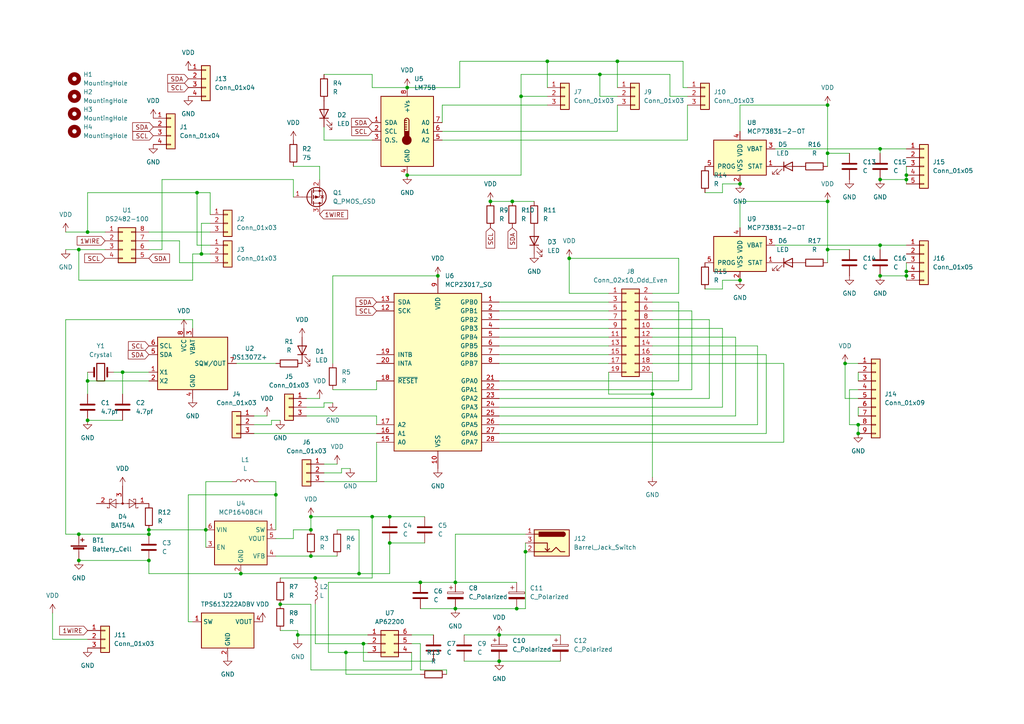
<source format=kicad_sch>
(kicad_sch (version 20211123) (generator eeschema)
  (paper "A4")
  (junction (at 262.89 50.8))
  (junction (at 104.14 166.37))
  (junction (at 144.78 184.15))
  (junction (at 142.24 58.42))
  (junction (at 148.59 58.42))
  (junction (at 214.63 81.28))
  (junction (at 43.18 153.67))
  (junction (at 255.27 43.18))
  (junction (at 118.11 25.4))
  (junction (at 81.28 175.26))
  (junction (at 158.75 17.78))
  (junction (at 149.86 176.53))
  (junction (at 25.4 121.92))
  (junction (at 240.03 44.45))
  (junction (at 69.85 166.37))
  (junction (at 22.86 72.39))
  (junction (at 127 80.01))
  (junction (at 255.27 80.01))
  (junction (at 165.1 74.93))
  (junction (at 248.92 125.73))
  (junction (at 121.92 168.91))
  (junction (at 152.4 160.02))
  (junction (at 90.17 161.29))
  (junction (at 80.01 143.51))
  (junction (at 132.08 168.91))
  (junction (at 22.86 162.56))
  (junction (at 245.11 105.41))
  (junction (at 35.56 107.95))
  (junction (at 144.78 191.77))
  (junction (at 43.18 154.94))
  (junction (at 255.27 52.07))
  (junction (at 248.92 123.19))
  (junction (at 57.15 55.88))
  (junction (at 91.44 167.64))
  (junction (at 43.18 162.56))
  (junction (at 90.17 153.67))
  (junction (at 173.99 21.59))
  (junction (at 240.03 72.39))
  (junction (at 132.08 176.53))
  (junction (at 118.11 50.8))
  (junction (at 214.63 53.34))
  (junction (at 262.89 78.74))
  (junction (at 240.03 30.48))
  (junction (at 86.36 184.15))
  (junction (at 113.03 149.86))
  (junction (at 22.86 154.94))
  (junction (at 25.4 110.49))
  (junction (at 240.03 58.42))
  (junction (at 113.03 157.48))
  (junction (at 59.69 153.67))
  (junction (at 262.89 52.07))
  (junction (at 100.33 189.23))
  (junction (at 151.13 27.94))
  (junction (at 105.41 186.69))
  (junction (at 25.4 67.31))
  (junction (at 262.89 80.01))
  (junction (at 255.27 71.12))
  (junction (at 107.95 149.86))
  (junction (at 58.42 73.66))
  (junction (at 179.07 17.78))
  (junction (at 90.17 149.86))
  (junction (at 189.23 114.3))
  (wire (pts (xy 59.69 139.7) (xy 59.69 153.67)))
  (wire (pts (xy 196.85 85.09) (xy 196.85 74.93)))
  (wire (pts (xy 189.23 105.41) (xy 227.33 105.41)))
  (wire (pts (xy 81.28 175.26) (xy 90.17 175.26)))
  (wire (pts (xy 60.96 73.66) (xy 58.42 73.66)))
  (wire (pts (xy 78.74 123.19) (xy 78.74 121.92)))
  (wire (pts (xy 22.86 81.28) (xy 22.86 72.39)))
  (wire (pts (xy 121.92 195.58) (xy 100.33 195.58)))
  (wire (pts (xy 179.07 17.78) (xy 198.12 17.78)))
  (wire (pts (xy 194.31 21.59) (xy 194.31 27.94)))
  (wire (pts (xy 214.63 53.34) (xy 209.55 53.34)))
  (wire (pts (xy 59.69 153.67) (xy 43.18 153.67)))
  (wire (pts (xy 129.54 194.31) (xy 129.54 195.58)))
  (wire (pts (xy 46.99 52.07) (xy 85.09 52.07)))
  (wire (pts (xy 213.36 120.65) (xy 213.36 97.79)))
  (wire (pts (xy 176.53 87.63) (xy 144.78 87.63)))
  (wire (pts (xy 105.41 186.69) (xy 105.41 191.77)))
  (wire (pts (xy 93.98 134.62) (xy 97.79 134.62)))
  (wire (pts (xy 134.62 191.77) (xy 144.78 191.77)))
  (wire (pts (xy 90.17 194.31) (xy 119.38 194.31)))
  (wire (pts (xy 262.89 80.01) (xy 262.89 81.28)))
  (wire (pts (xy 107.95 167.64) (xy 91.44 167.64)))
  (wire (pts (xy 240.03 72.39) (xy 240.03 76.2)))
  (wire (pts (xy 90.17 175.26) (xy 90.17 194.31)))
  (wire (pts (xy 248.92 115.57) (xy 245.11 115.57)))
  (wire (pts (xy 109.22 120.65) (xy 109.22 123.19)))
  (wire (pts (xy 200.66 90.17) (xy 200.66 113.03)))
  (wire (pts (xy 96.52 80.01) (xy 127 80.01)))
  (wire (pts (xy 106.68 184.15) (xy 86.36 184.15)))
  (wire (pts (xy 262.89 50.8) (xy 262.89 52.07)))
  (wire (pts (xy 35.56 107.95) (xy 35.56 114.3)))
  (wire (pts (xy 214.63 38.1) (xy 214.63 30.48)))
  (wire (pts (xy 60.96 62.23) (xy 60.96 55.88)))
  (wire (pts (xy 43.18 67.31) (xy 60.96 67.31)))
  (wire (pts (xy 19.05 72.39) (xy 22.86 72.39)))
  (wire (pts (xy 25.4 110.49) (xy 25.4 114.3)))
  (wire (pts (xy 262.89 48.26) (xy 262.89 50.8)))
  (wire (pts (xy 209.55 83.82) (xy 204.47 83.82)))
  (wire (pts (xy 196.85 110.49) (xy 196.85 87.63)))
  (wire (pts (xy 99.06 137.16) (xy 99.06 135.89)))
  (wire (pts (xy 46.99 72.39) (xy 46.99 52.07)))
  (wire (pts (xy 144.78 118.11) (xy 209.55 118.11)))
  (wire (pts (xy 240.03 30.48) (xy 240.03 44.45)))
  (wire (pts (xy 194.31 27.94) (xy 199.39 27.94)))
  (wire (pts (xy 219.71 100.33) (xy 189.23 100.33)))
  (wire (pts (xy 173.99 21.59) (xy 173.99 27.94)))
  (wire (pts (xy 209.55 95.25) (xy 189.23 95.25)))
  (wire (pts (xy 158.75 30.48) (xy 128.27 30.48)))
  (wire (pts (xy 173.99 21.59) (xy 194.31 21.59)))
  (wire (pts (xy 57.15 71.12) (xy 57.15 55.88)))
  (wire (pts (xy 152.4 176.53) (xy 149.86 176.53)))
  (wire (pts (xy 73.66 123.19) (xy 78.74 123.19)))
  (wire (pts (xy 74.93 139.7) (xy 80.01 139.7)))
  (wire (pts (xy 142.24 58.42) (xy 148.59 58.42)))
  (wire (pts (xy 176.53 102.87) (xy 144.78 102.87)))
  (wire (pts (xy 60.96 71.12) (xy 57.15 71.12)))
  (wire (pts (xy 132.08 176.53) (xy 149.86 176.53)))
  (wire (pts (xy 22.86 154.94) (xy 43.18 154.94)))
  (wire (pts (xy 59.69 153.67) (xy 59.69 158.75)))
  (wire (pts (xy 248.92 118.11) (xy 248.92 120.65)))
  (wire (pts (xy 119.38 186.69) (xy 121.92 186.69)))
  (wire (pts (xy 86.36 182.88) (xy 86.36 184.15)))
  (wire (pts (xy 113.03 166.37) (xy 113.03 157.48)))
  (wire (pts (xy 119.38 194.31) (xy 119.38 189.23)))
  (wire (pts (xy 100.33 195.58) (xy 100.33 189.23)))
  (wire (pts (xy 73.66 125.73) (xy 109.22 125.73)))
  (wire (pts (xy 113.03 157.48) (xy 123.19 157.48)))
  (wire (pts (xy 144.78 125.73) (xy 222.25 125.73)))
  (wire (pts (xy 106.68 189.23) (xy 100.33 189.23)))
  (wire (pts (xy 255.27 80.01) (xy 262.89 80.01)))
  (wire (pts (xy 209.55 118.11) (xy 209.55 95.25)))
  (wire (pts (xy 43.18 69.85) (xy 52.07 69.85)))
  (wire (pts (xy 43.18 153.67) (xy 43.18 154.94)))
  (wire (pts (xy 60.96 55.88) (xy 57.15 55.88)))
  (wire (pts (xy 134.62 184.15) (xy 144.78 184.15)))
  (wire (pts (xy 214.63 81.28) (xy 209.55 81.28)))
  (wire (pts (xy 148.59 58.42) (xy 154.94 58.42)))
  (wire (pts (xy 96.52 105.41) (xy 96.52 80.01)))
  (wire (pts (xy 33.02 107.95) (xy 35.56 107.95)))
  (wire (pts (xy 205.74 92.71) (xy 189.23 92.71)))
  (wire (pts (xy 54.61 180.34) (xy 55.88 180.34)))
  (wire (pts (xy 81.28 167.64) (xy 91.44 167.64)))
  (wire (pts (xy 105.41 191.77) (xy 125.73 191.77)))
  (wire (pts (xy 54.61 143.51) (xy 54.61 180.34)))
  (wire (pts (xy 151.13 50.8) (xy 118.11 50.8)))
  (wire (pts (xy 55.88 92.71) (xy 19.05 92.71)))
  (wire (pts (xy 92.71 48.26) (xy 85.09 48.26)))
  (wire (pts (xy 248.92 113.03) (xy 246.38 113.03)))
  (wire (pts (xy 60.96 64.77) (xy 58.42 64.77)))
  (wire (pts (xy 132.08 168.91) (xy 149.86 168.91)))
  (wire (pts (xy 214.63 30.48) (xy 240.03 30.48)))
  (wire (pts (xy 19.05 154.94) (xy 22.86 154.94)))
  (wire (pts (xy 107.95 25.4) (xy 118.11 25.4)))
  (wire (pts (xy 219.71 123.19) (xy 219.71 100.33)))
  (wire (pts (xy 214.63 66.04) (xy 214.63 58.42)))
  (wire (pts (xy 158.75 17.78) (xy 179.07 17.78)))
  (wire (pts (xy 80.01 143.51) (xy 80.01 153.67)))
  (wire (pts (xy 43.18 110.49) (xy 25.4 110.49)))
  (wire (pts (xy 132.08 154.94) (xy 132.08 168.91)))
  (wire (pts (xy 19.05 67.31) (xy 25.4 67.31)))
  (wire (pts (xy 248.92 107.95) (xy 248.92 110.49)))
  (wire (pts (xy 81.28 182.88) (xy 86.36 182.88)))
  (wire (pts (xy 93.98 118.11) (xy 93.98 116.84)))
  (wire (pts (xy 100.33 189.23) (xy 95.25 189.23)))
  (wire (pts (xy 209.55 55.88) (xy 204.47 55.88)))
  (wire (pts (xy 224.79 43.18) (xy 255.27 43.18)))
  (wire (pts (xy 67.31 139.7) (xy 59.69 139.7)))
  (wire (pts (xy 99.06 135.89) (xy 101.6 135.89)))
  (wire (pts (xy 152.4 154.94) (xy 132.08 154.94)))
  (wire (pts (xy 165.1 74.93) (xy 165.1 85.09)))
  (wire (pts (xy 96.52 113.03) (xy 109.22 113.03)))
  (wire (pts (xy 151.13 21.59) (xy 173.99 21.59)))
  (wire (pts (xy 93.98 116.84) (xy 96.52 116.84)))
  (wire (pts (xy 196.85 87.63) (xy 189.23 87.63)))
  (wire (pts (xy 176.53 97.79) (xy 144.78 97.79)))
  (wire (pts (xy 240.03 44.45) (xy 246.38 44.45)))
  (wire (pts (xy 22.86 72.39) (xy 30.48 72.39)))
  (wire (pts (xy 246.38 123.19) (xy 248.92 123.19)))
  (wire (pts (xy 133.35 25.4) (xy 118.11 25.4)))
  (wire (pts (xy 248.92 123.19) (xy 248.92 125.73)))
  (wire (pts (xy 19.05 92.71) (xy 19.05 154.94)))
  (wire (pts (xy 209.55 81.28) (xy 209.55 83.82)))
  (wire (pts (xy 176.53 95.25) (xy 144.78 95.25)))
  (wire (pts (xy 93.98 137.16) (xy 99.06 137.16)))
  (wire (pts (xy 151.13 27.94) (xy 151.13 50.8)))
  (wire (pts (xy 92.71 52.07) (xy 92.71 48.26)))
  (wire (pts (xy 93.98 139.7) (xy 109.22 139.7)))
  (wire (pts (xy 58.42 73.66) (xy 55.88 73.66)))
  (wire (pts (xy 35.56 107.95) (xy 43.18 107.95)))
  (wire (pts (xy 55.88 81.28) (xy 22.86 81.28)))
  (wire (pts (xy 90.17 149.86) (xy 90.17 153.67)))
  (wire (pts (xy 152.4 157.48) (xy 152.4 160.02)))
  (wire (pts (xy 165.1 85.09) (xy 176.53 85.09)))
  (wire (pts (xy 246.38 113.03) (xy 246.38 123.19)))
  (wire (pts (xy 85.09 153.67) (xy 85.09 156.21)))
  (wire (pts (xy 80.01 105.41) (xy 68.58 105.41)))
  (wire (pts (xy 245.11 105.41) (xy 248.92 105.41)))
  (wire (pts (xy 240.03 44.45) (xy 240.03 48.26)))
  (wire (pts (xy 80.01 143.51) (xy 54.61 143.51)))
  (wire (pts (xy 88.9 120.65) (xy 109.22 120.65)))
  (wire (pts (xy 222.25 102.87) (xy 189.23 102.87)))
  (wire (pts (xy 55.88 73.66) (xy 55.88 81.28)))
  (wire (pts (xy 189.23 85.09) (xy 196.85 85.09)))
  (wire (pts (xy 222.25 125.73) (xy 222.25 102.87)))
  (wire (pts (xy 25.4 121.92) (xy 35.56 121.92)))
  (wire (pts (xy 176.53 92.71) (xy 144.78 92.71)))
  (wire (pts (xy 262.89 52.07) (xy 262.89 53.34)))
  (wire (pts (xy 151.13 27.94) (xy 151.13 21.59)))
  (wire (pts (xy 25.4 185.42) (xy 15.24 185.42)))
  (wire (pts (xy 109.22 113.03) (xy 109.22 110.49)))
  (wire (pts (xy 227.33 128.27) (xy 144.78 128.27)))
  (wire (pts (xy 25.4 67.31) (xy 30.48 67.31)))
  (wire (pts (xy 43.18 72.39) (xy 46.99 72.39)))
  (wire (pts (xy 97.79 153.67) (xy 104.14 153.67)))
  (wire (pts (xy 25.4 55.88) (xy 25.4 67.31)))
  (wire (pts (xy 227.33 105.41) (xy 227.33 128.27)))
  (wire (pts (xy 90.17 161.29) (xy 97.79 161.29)))
  (wire (pts (xy 123.19 149.86) (xy 113.03 149.86)))
  (wire (pts (xy 121.92 168.91) (xy 132.08 168.91)))
  (wire (pts (xy 107.95 149.86) (xy 107.95 167.64)))
  (wire (pts (xy 262.89 76.2) (xy 262.89 78.74)))
  (wire (pts (xy 179.07 38.1) (xy 179.07 30.48)))
  (wire (pts (xy 55.88 95.25) (xy 55.88 92.71)))
  (wire (pts (xy 104.14 153.67) (xy 104.14 166.37)))
  (wire (pts (xy 144.78 184.15) (xy 162.56 184.15)))
  (wire (pts (xy 128.27 38.1) (xy 179.07 38.1)))
  (wire (pts (xy 176.53 105.41) (xy 144.78 105.41)))
  (wire (pts (xy 245.11 115.57) (xy 245.11 105.41)))
  (wire (pts (xy 189.23 90.17) (xy 200.66 90.17)))
  (wire (pts (xy 106.68 186.69) (xy 105.41 186.69)))
  (wire (pts (xy 25.4 110.49) (xy 25.4 107.95)))
  (wire (pts (xy 86.36 184.15) (xy 86.36 185.42)))
  (wire (pts (xy 198.12 17.78) (xy 198.12 25.4)))
  (wire (pts (xy 205.74 115.57) (xy 205.74 92.71)))
  (wire (pts (xy 176.53 114.3) (xy 189.23 114.3)))
  (wire (pts (xy 144.78 191.77) (xy 162.56 191.77)))
  (wire (pts (xy 173.99 27.94) (xy 179.07 27.94)))
  (wire (pts (xy 213.36 97.79) (xy 189.23 97.79)))
  (wire (pts (xy 255.27 43.18) (xy 262.89 43.18)))
  (wire (pts (xy 214.63 58.42) (xy 240.03 58.42)))
  (wire (pts (xy 200.66 113.03) (xy 144.78 113.03)))
  (wire (pts (xy 199.39 40.64) (xy 199.39 30.48)))
  (wire (pts (xy 121.92 176.53) (xy 132.08 176.53)))
  (wire (pts (xy 85.09 156.21) (xy 80.01 156.21)))
  (wire (pts (xy 91.44 175.26) (xy 91.44 186.69)))
  (wire (pts (xy 15.24 185.42) (xy 15.24 177.8)))
  (wire (pts (xy 73.66 120.65) (xy 77.47 120.65)))
  (wire (pts (xy 240.03 72.39) (xy 246.38 72.39)))
  (wire (pts (xy 133.35 17.78) (xy 133.35 25.4)))
  (wire (pts (xy 90.17 153.67) (xy 85.09 153.67)))
  (wire (pts (xy 107.95 40.64) (xy 93.98 40.64)))
  (wire (pts (xy 176.53 90.17) (xy 144.78 90.17)))
  (wire (pts (xy 128.27 30.48) (xy 128.27 35.56)))
  (wire (pts (xy 109.22 139.7) (xy 109.22 128.27)))
  (wire (pts (xy 144.78 110.49) (xy 196.85 110.49)))
  (wire (pts (xy 189.23 138.43) (xy 189.23 114.3)))
  (wire (pts (xy 158.75 17.78) (xy 133.35 17.78)))
  (wire (pts (xy 144.78 115.57) (xy 205.74 115.57)))
  (wire (pts (xy 144.78 120.65) (xy 213.36 120.65)))
  (wire (pts (xy 119.38 184.15) (xy 125.73 184.15)))
  (wire (pts (xy 58.42 64.77) (xy 58.42 73.66)))
  (wire (pts (xy 107.95 149.86) (xy 90.17 149.86)))
  (wire (pts (xy 88.9 115.57) (xy 92.71 115.57)))
  (wire (pts (xy 158.75 27.94) (xy 151.13 27.94)))
  (wire (pts (xy 80.01 139.7) (xy 80.01 143.51)))
  (wire (pts (xy 144.78 123.19) (xy 219.71 123.19)))
  (wire (pts (xy 128.27 40.64) (xy 199.39 40.64)))
  (wire (pts (xy 93.98 40.64) (xy 93.98 36.83)))
  (wire (pts (xy 85.09 52.07) (xy 85.09 57.15)))
  (wire (pts (xy 255.27 43.18) (xy 255.27 44.45)))
  (wire (pts (xy 158.75 25.4) (xy 158.75 17.78)))
  (wire (pts (xy 209.55 53.34) (xy 209.55 55.88)))
  (wire (pts (xy 113.03 149.86) (xy 107.95 149.86)))
  (wire (pts (xy 121.92 186.69) (xy 121.92 194.31)))
  (wire (pts (xy 52.07 69.85) (xy 52.07 76.2)))
  (wire (pts (xy 189.23 114.3) (xy 189.23 107.95)))
  (wire (pts (xy 176.53 100.33) (xy 144.78 100.33)))
  (wire (pts (xy 107.95 21.59) (xy 107.95 25.4)))
  (wire (pts (xy 196.85 74.93) (xy 165.1 74.93)))
  (wire (pts (xy 52.07 76.2) (xy 60.96 76.2)))
  (wire (pts (xy 255.27 71.12) (xy 262.89 71.12)))
  (wire (pts (xy 95.25 168.91) (xy 121.92 168.91)))
  (wire (pts (xy 88.9 118.11) (xy 93.98 118.11)))
  (wire (pts (xy 240.03 58.42) (xy 240.03 72.39)))
  (wire (pts (xy 176.53 107.95) (xy 176.53 114.3)))
  (wire (pts (xy 80.01 161.29) (xy 90.17 161.29)))
  (wire (pts (xy 104.14 166.37) (xy 113.03 166.37)))
  (wire (pts (xy 95.25 189.23) (xy 95.25 168.91)))
  (wire (pts (xy 121.92 194.31) (xy 129.54 194.31)))
  (wire (pts (xy 255.27 52.07) (xy 262.89 52.07)))
  (wire (pts (xy 43.18 166.37) (xy 43.18 162.56)))
  (wire (pts (xy 255.27 71.12) (xy 255.27 72.39)))
  (wire (pts (xy 57.15 55.88) (xy 25.4 55.88)))
  (wire (pts (xy 93.98 21.59) (xy 107.95 21.59)))
  (wire (pts (xy 224.79 71.12) (xy 255.27 71.12)))
  (wire (pts (xy 22.86 162.56) (xy 43.18 162.56)))
  (wire (pts (xy 78.74 121.92) (xy 81.28 121.92)))
  (wire (pts (xy 198.12 25.4) (xy 199.39 25.4)))
  (wire (pts (xy 179.07 17.78) (xy 179.07 25.4)))
  (wire (pts (xy 104.14 166.37) (xy 69.85 166.37)))
  (wire (pts (xy 69.85 166.37) (xy 43.18 166.37)))
  (wire (pts (xy 262.89 78.74) (xy 262.89 80.01)))
  (wire (pts (xy 105.41 186.69) (xy 91.44 186.69)))
  (wire (pts (xy 152.4 160.02) (xy 152.4 176.53)))
  (global_label "SCL" (shape input) (at 142.24 66.04 270) (property "Intersheet References" "${INTERSHEET_REFS}" (effects hide)))
  (global_label "SDA" (shape input) (at 54.61 22.86 180) (property "Intersheet References" "${INTERSHEET_REFS}" (effects hide)))
  (global_label "SCL" (shape input) (at 44.45 39.37 180) (property "Intersheet References" "${INTERSHEET_REFS}" (effects hide)))
  (global_label "SDA" (shape input) (at 148.59 66.04 270) (property "Intersheet References" "${INTERSHEET_REFS}" (effects hide)))
  (global_label "1WIRE" (shape input) (at 30.48 69.85 180) (property "Intersheet References" "${INTERSHEET_REFS}" (effects hide)))
  (global_label "1WIRE" (shape input) (at 25.4 182.88 180) (property "Intersheet References" "${INTERSHEET_REFS}" (effects hide)))
  (global_label "SDA" (shape input) (at 44.45 36.83 180) (property "Intersheet References" "${INTERSHEET_REFS}" (effects hide)))
  (global_label "SDA" (shape input) (at 43.18 102.87 180) (property "Intersheet References" "${INTERSHEET_REFS}" (effects hide)))
  (global_label "SDA" (shape input) (at 107.95 35.56 180) (property "Intersheet References" "${INTERSHEET_REFS}" (effects hide)))
  (global_label "SDA" (shape input) (at 43.18 74.93 0) (property "Intersheet References" "${INTERSHEET_REFS}" (effects hide)))
  (global_label "1WIRE" (shape input) (at 92.71 62.23 0) (property "Intersheet References" "${INTERSHEET_REFS}" (effects hide)))
  (global_label "SCL" (shape input) (at 107.95 38.1 180) (property "Intersheet References" "${INTERSHEET_REFS}" (effects hide)))
  (global_label "SCL" (shape input) (at 30.48 74.93 180) (property "Intersheet References" "${INTERSHEET_REFS}" (effects hide)))
  (global_label "SDA" (shape input) (at 109.22 87.63 180) (property "Intersheet References" "${INTERSHEET_REFS}" (effects hide)))
  (global_label "SCL" (shape input) (at 109.22 90.17 180) (property "Intersheet References" "${INTERSHEET_REFS}" (effects hide)))
  (global_label "SCL" (shape input) (at 54.61 25.4 180) (property "Intersheet References" "${INTERSHEET_REFS}" (effects hide)))
  (global_label "SCL" (shape input) (at 43.18 100.33 180) (property "Intersheet References" "${INTERSHEET_REFS}" (effects hide)))
  (symbol (lib_id "Regulator_Switching:MCP1640BCH") (at 69.85 158.75 0) (unit 1)
    (property "Reference" "U4" (at 69.85 146.05 0))
    (property "Value" "MCP1640BCH" (at 69.85 148.59 0))
    (property "Footprint" "Package_TO_SOT_SMD:SOT-23-6" (effects hide))
    (property "Datasheet" "http://ww1.microchip.com/downloads/en/DeviceDoc/20002234D.pdf" (effects hide))
  )
  (symbol (lib_id "Connector_Generic:Conn_01x04") (at 59.69 22.86 0) (unit 1)
    (property "Reference" "J13" (at 62.23 22.8599 0) (effects (justify left)))
    (property "Value" "Conn_01x04" (at 62.23 25.3999 0) (effects (justify left)))
    (property "Footprint" "Connector_PinHeader_2.54mm:PinHeader_1x04_P2.54mm_Vertical" (effects hide))
  )
  (symbol (lib_id "power:GND") (at 86.36 185.42 0) (unit 1)
    (property "Reference" "#PWR028" (effects hide))
    (property "Value" "GND" (at 86.36 190.5 0))
  )
  (symbol (lib_id "power:VDD") (at 77.47 120.65 0) (unit 1)
    (property "Reference" "#PWR011" (effects hide))
    (property "Value" "VDD" (at 77.47 115.57 0))
  )
  (symbol (lib_id "Connector_Generic:Conn_01x04") (at 49.53 36.83 0) (unit 1)
    (property "Reference" "J1" (at 52.07 36.8299 0) (effects (justify left)))
    (property "Value" "Conn_01x04" (at 52.07 39.3699 0) (effects (justify left)))
    (property "Footprint" "Connector_PinHeader_2.54mm:PinHeader_1x04_P2.54mm_Vertical" (effects hide))
  )
  (symbol (lib_id "Battery_Management:MCP73831-2-OT") (at 214.63 45.72 0) (unit 1)
    (property "Reference" "U8" (at 216.6494 35.56 0) (effects (justify left)))
    (property "Value" "MCP73831-2-OT" (at 216.6494 38.1 0) (effects (justify left)))
    (property "Footprint" "Package_TO_SOT_SMD:SOT-23-5" (effects hide))
    (property "Datasheet" "http://ww1.microchip.com/downloads/en/DeviceDoc/20001984g.pdf" (effects hide))
  )
  (symbol (lib_id "Device:R") (at 236.22 48.26 90) (unit 1)
    (property "Reference" "R16" (at 236.22 41.91 90))
    (property "Value" "R" (at 236.22 44.45 90))
    (property "Footprint" "Resistor_SMD:R_0603_1608Metric" (effects hide))
  )
  (symbol (lib_id "Device:R") (at 81.28 171.45 0) (unit 1)
    (property "Reference" "R7" (at 83.82 170.1799 0) (effects (justify left)))
    (property "Value" "R" (at 83.82 172.7199 0) (effects (justify left)))
    (property "Footprint" "Resistor_SMD:R_0603_1608Metric" (effects hide))
  )
  (symbol (lib_id "power:VDD") (at 144.78 184.15 0) (unit 1)
    (property "Reference" "#PWR030" (effects hide))
    (property "Value" "VDD" (at 144.78 179.07 0))
  )
  (symbol (lib_id "Device:LED") (at 228.6 48.26 0) (unit 1)
    (property "Reference" "D5" (at 227.0125 41.91 0))
    (property "Value" "LED" (at 227.0125 44.45 0))
    (property "Footprint" "LED_SMD:LED_0603_1608Metric" (effects hide))
  )
  (symbol (lib_id "Device:R") (at 125.73 195.58 90) (unit 1)
    (property "Reference" "R13" (at 125.73 189.23 90))
    (property "Value" "R" (at 125.73 191.77 90))
    (property "Footprint" "Resistor_SMD:R_0603_1608Metric" (effects hide))
  )
  (symbol (lib_id "Connector:Barrel_Jack_Switch") (at 160.02 157.48 0) (mirror y) (unit 1)
    (property "Reference" "J12" (at 166.37 156.2099 0) (effects (justify right)))
    (property "Value" "Barrel_Jack_Switch" (at 166.37 158.7499 0) (effects (justify right)))
    (property "Footprint" "Connector_BarrelJack:BarrelJack_Horizontal" (effects hide))
  )
  (symbol (lib_id "power:GND") (at 44.45 41.91 0) (unit 1)
    (property "Reference" "#PWR06" (effects hide))
    (property "Value" "GND" (at 44.45 46.99 0))
  )
  (symbol (lib_id "Connector_Generic:Conn_01x03") (at 66.04 64.77 0) (unit 1)
    (property "Reference" "J2" (at 68.58 63.4999 0) (effects (justify left)))
    (property "Value" "Conn_01x03" (at 68.58 66.0399 0) (effects (justify left)))
    (property "Footprint" "Package_TO_SOT_SMD:SOT-23-3" (effects hide))
  )
  (symbol (lib_id "Device:R") (at 204.47 52.07 0) (unit 1)
    (property "Reference" "R14" (at 207.01 50.7999 0) (effects (justify left)))
    (property "Value" "R" (at 207.01 53.3399 0) (effects (justify left)))
    (property "Footprint" "Resistor_SMD:R_0603_1608Metric" (effects hide))
  )
  (symbol (lib_id "Connector_Generic:Conn_01x09") (at 254 115.57 0) (unit 1)
    (property "Reference" "J14" (at 256.54 114.2999 0) (effects (justify left)))
    (property "Value" "Conn_01x09" (at 256.54 116.8399 0) (effects (justify left)))
    (property "Footprint" "Connector_USB:USB_A_Wuerth_61400826021_Horizontal_Stacked" (effects hide))
  )
  (symbol (lib_id "Device:LED") (at 154.94 69.85 90) (unit 1)
    (property "Reference" "D3" (at 158.75 70.1674 90) (effects (justify right)))
    (property "Value" "LED" (at 158.75 72.7074 90) (effects (justify right)))
    (property "Footprint" "LED_THT:LED_D5.0mm" (effects hide))
  )
  (symbol (lib_id "Mechanical:MountingHole") (at 21.59 38.1 0) (unit 1)
    (property "Reference" "H4" (at 24.13 36.8299 0) (effects (justify left)))
    (property "Value" "MountingHole" (at 24.13 39.3699 0) (effects (justify left)))
    (property "Footprint" "MountingHole:MountingHole_3.2mm_M3" (effects hide))
  )
  (symbol (lib_id "power:VDD") (at 245.11 105.41 0) (unit 1)
    (property "Reference" "#PWR041" (effects hide))
    (property "Value" "VDD" (at 245.11 100.33 0))
  )
  (symbol (lib_id "Regulator_Switching:TPS613222ADBV") (at 66.04 182.88 0) (unit 1)
    (property "Reference" "U3" (at 66.04 172.72 0))
    (property "Value" "TPS613222ADBV" (at 66.04 175.26 0))
    (property "Footprint" "Package_TO_SOT_SMD:SOT-23-5" (effects hide))
    (property "Datasheet" "http://www.ti.com/lit/ds/symlink/tps61322.pdf" (effects hide))
  )
  (symbol (lib_id "Device:C") (at 25.4 118.11 0) (unit 1)
    (property "Reference" "C1" (at 29.21 116.8399 0) (effects (justify left)))
    (property "Value" "4.7pf" (at 29.21 119.3799 0) (effects (justify left)))
    (property "Footprint" "Capacitor_SMD:C_0603_1608Metric" (effects hide))
  )
  (symbol (lib_id "Device:LED") (at 87.63 101.6 90) (unit 1)
    (property "Reference" "D1" (at 91.44 101.9174 90) (effects (justify right)))
    (property "Value" "LED" (at 91.44 104.4574 90) (effects (justify right)))
    (property "Footprint" "LED_THT:LED_D5.0mm" (effects hide))
  )
  (symbol (lib_id "power:VDD") (at 87.63 97.79 0) (unit 1)
    (property "Reference" "#PWR014" (effects hide))
    (property "Value" "VDD" (at 87.63 92.71 0))
  )
  (symbol (lib_id "Connector_Generic:Conn_02x03_Counter_Clockwise") (at 111.76 186.69 0) (unit 1)
    (property "Reference" "U7" (at 113.03 177.8 0))
    (property "Value" "AP62200" (at 113.03 180.34 0))
    (property "Footprint" "Package_TO_SOT_SMD:SOT-23-6" (effects hide))
  )
  (symbol (lib_id "power:GND") (at 144.78 191.77 0) (unit 1)
    (property "Reference" "#PWR031" (effects hide))
    (property "Value" "GND" (at 144.78 196.85 0))
  )
  (symbol (lib_id "power:VDD") (at 127 80.01 0) (unit 1)
    (property "Reference" "#PWR022" (effects hide))
    (property "Value" "VDD" (at 127 74.93 0))
  )
  (symbol (lib_id "Device:C") (at 125.73 187.96 0) (unit 1)
    (property "Reference" "C7" (at 129.54 186.6899 0) (effects (justify left)))
    (property "Value" "C" (at 129.54 189.2299 0) (effects (justify left)))
    (property "Footprint" "Capacitor_SMD:C_0805_2012Metric" (effects hide))
  )
  (symbol (lib_id "power:GND") (at 96.52 116.84 0) (unit 1)
    (property "Reference" "#PWR017" (effects hide))
    (property "Value" "GND" (at 96.52 121.92 0))
  )
  (symbol (lib_id "power:GND") (at 54.61 27.94 0) (unit 1)
    (property "Reference" "#PWR033" (effects hide))
    (property "Value" "GND" (at 54.61 33.02 0))
  )
  (symbol (lib_id "power:VDD") (at 85.09 40.64 0) (unit 1)
    (property "Reference" "#PWR013" (effects hide))
    (property "Value" "VDD" (at 85.09 35.56 0))
  )
  (symbol (lib_id "power:GND") (at 25.4 121.92 0) (unit 1)
    (property "Reference" "#PWR04" (effects hide))
    (property "Value" "GND" (at 25.4 127 0))
  )
  (symbol (lib_id "power:GND") (at 189.23 138.43 0) (unit 1)
    (property "Reference" "#PWR025" (effects hide))
    (property "Value" "GND" (at 189.23 143.51 0))
  )
  (symbol (lib_id "Connector_Generic:Conn_01x03") (at 68.58 123.19 0) (mirror y) (unit 1)
    (property "Reference" "J4" (at 68.58 114.3 0))
    (property "Value" "Conn_01x03" (at 68.58 116.84 0))
    (property "Footprint" "Package_TO_SOT_SMD:SOT-23-3" (effects hide))
  )
  (symbol (lib_id "power:GND") (at 255.27 52.07 0) (unit 1)
    (property "Reference" "#PWR045" (effects hide))
    (property "Value" "GND" (at 255.27 57.15 0))
  )
  (symbol (lib_id "power:VDD") (at 90.17 149.86 0) (unit 1)
    (property "Reference" "#PWR015" (effects hide))
    (property "Value" "VDD" (at 90.17 144.78 0))
  )
  (symbol (lib_id "power:VDD") (at 53.34 95.25 0) (unit 1)
    (property "Reference" "#PWR07" (effects hide))
    (property "Value" "VDD" (at 53.34 90.17 0))
  )
  (symbol (lib_id "power:VDD") (at 240.03 58.42 0) (unit 1)
    (property "Reference" "#PWR040" (effects hide))
    (property "Value" "VDD" (at 240.03 53.34 0))
  )
  (symbol (lib_id "Device:R") (at 96.52 109.22 0) (unit 1)
    (property "Reference" "R5" (at 99.06 107.9499 0) (effects (justify left)))
    (property "Value" "R" (at 99.06 110.4899 0) (effects (justify left)))
    (property "Footprint" "Resistor_SMD:R_0603_1608Metric" (effects hide))
  )
  (symbol (lib_id "Interface_Expansion:MCP23017_SO") (at 127 107.95 0) (unit 1)
    (property "Reference" "U6" (at 129.0194 80.01 0) (effects (justify left)))
    (property "Value" "MCP23017_SO" (at 129.0194 82.55 0) (effects (justify left)))
    (property "Footprint" "Package_SO:SOIC-28W_7.5x17.9mm_P1.27mm" (effects hide))
    (property "Datasheet" "http://ww1.microchip.com/downloads/en/DeviceDoc/20001952C.pdf" (effects hide))
  )
  (symbol (lib_id "Mechanical:MountingHole") (at 21.59 33.02 0) (unit 1)
    (property "Reference" "H3" (at 24.13 31.7499 0) (effects (justify left)))
    (property "Value" "MountingHole" (at 24.13 34.2899 0) (effects (justify left)))
    (property "Footprint" "MountingHole:MountingHole_3.2mm_M3" (effects hide))
  )
  (symbol (lib_id "Device:R") (at 93.98 25.4 0) (unit 1)
    (property "Reference" "R4" (at 96.52 24.1299 0) (effects (justify left)))
    (property "Value" "R" (at 96.52 26.6699 0) (effects (justify left)))
    (property "Footprint" "Resistor_SMD:R_0603_1608Metric" (effects hide))
  )
  (symbol (lib_id "Connector_Generic:Conn_01x03") (at 204.47 27.94 0) (unit 1)
    (property "Reference" "J10" (at 207.01 26.6699 0) (effects (justify left)))
    (property "Value" "Conn_01x03" (at 207.01 29.2099 0) (effects (justify left)))
    (property "Footprint" "Package_TO_SOT_SMD:SOT-23-3" (effects hide))
  )
  (symbol (lib_id "power:VDD") (at 97.79 134.62 0) (unit 1)
    (property "Reference" "#PWR018" (effects hide))
    (property "Value" "VDD" (at 97.79 129.54 0))
  )
  (symbol (lib_id "Device:C") (at 123.19 153.67 0) (unit 1)
    (property "Reference" "C5" (at 127 152.3999 0) (effects (justify left)))
    (property "Value" "C" (at 127 154.9399 0) (effects (justify left)))
    (property "Footprint" "Capacitor_SMD:C_0805_2012Metric" (effects hide))
  )
  (symbol (lib_id "power:GND") (at 19.05 72.39 0) (unit 1)
    (property "Reference" "#PWR02" (effects hide))
    (property "Value" "GND" (at 19.05 77.47 0))
  )
  (symbol (lib_id "Device:R") (at 236.22 76.2 90) (unit 1)
    (property "Reference" "R17" (at 236.22 69.85 90))
    (property "Value" "R" (at 236.22 72.39 90))
    (property "Footprint" "Resistor_SMD:R_0603_1608Metric" (effects hide))
  )
  (symbol (lib_id "power:VDD") (at 92.71 115.57 0) (unit 1)
    (property "Reference" "#PWR016" (effects hide))
    (property "Value" "VDD" (at 92.71 110.49 0))
  )
  (symbol (lib_id "power:GND") (at 55.88 115.57 0) (unit 1)
    (property "Reference" "#PWR08" (effects hide))
    (property "Value" "GND" (at 55.88 120.65 0))
  )
  (symbol (lib_id "Device:R") (at 90.17 157.48 0) (unit 1)
    (property "Reference" "R3" (at 92.71 156.2099 0) (effects (justify left)))
    (property "Value" "R" (at 92.71 158.7499 0) (effects (justify left)))
    (property "Footprint" "Resistor_SMD:R_0603_1608Metric" (effects hide))
  )
  (symbol (lib_id "power:GND") (at 154.94 73.66 0) (unit 1)
    (property "Reference" "#PWR035" (effects hide))
    (property "Value" "GND" (at 154.94 78.74 0))
  )
  (symbol (lib_id "power:GND") (at 214.63 81.28 0) (unit 1)
    (property "Reference" "#PWR038" (effects hide))
    (property "Value" "GND" (at 214.63 86.36 0))
  )
  (symbol (lib_id "power:GND") (at 118.11 50.8 0) (unit 1)
    (property "Reference" "#PWR021" (effects hide))
    (property "Value" "GND" (at 118.11 55.88 0))
  )
  (symbol (lib_id "power:GND") (at 66.04 190.5 0) (unit 1)
    (property "Reference" "#PWR09" (effects hide))
    (property "Value" "GND" (at 66.04 195.58 0))
  )
  (symbol (lib_id "Device:C") (at 246.38 48.26 0) (unit 1)
    (property "Reference" "C13" (at 250.19 46.9899 0) (effects (justify left)))
    (property "Value" "C" (at 250.19 49.5299 0) (effects (justify left)))
    (property "Footprint" "Capacitor_SMD:C_0805_2012Metric" (effects hide))
  )
  (symbol (lib_id "Device:R") (at 43.18 149.86 0) (unit 1)
    (property "Reference" "R12" (at 45.72 148.5899 0) (effects (justify left)))
    (property "Value" "R" (at 45.72 151.1299 0) (effects (justify left)))
    (property "Footprint" "Resistor_SMD:R_0603_1608Metric" (effects hide))
  )
  (symbol (lib_id "Connector_Generic:Conn_01x03") (at 163.83 27.94 0) (unit 1)
    (property "Reference" "J7" (at 166.37 26.6699 0) (effects (justify left)))
    (property "Value" "Conn_01x03" (at 166.37 29.2099 0) (effects (justify left)))
    (property "Footprint" "Package_TO_SOT_SMD:SOT-23-3" (effects hide))
  )
  (symbol (lib_id "power:GND") (at 248.92 125.73 0) (unit 1)
    (property "Reference" "#PWR044" (effects hide))
    (property "Value" "GND" (at 248.92 130.81 0))
  )
  (symbol (lib_id "Device:R") (at 83.82 105.41 90) (unit 1)
    (property "Reference" "R1" (at 83.82 99.06 90))
    (property "Value" "R" (at 83.82 101.6 90))
    (property "Footprint" "Resistor_SMD:R_0603_1608Metric" (effects hide))
  )
  (symbol (lib_id "Connector_Generic:Conn_02x10_Odd_Even") (at 181.61 95.25 0) (unit 1)
    (property "Reference" "J8" (at 182.88 78.74 0))
    (property "Value" "Conn_02x10_Odd_Even" (at 182.88 81.28 0))
    (property "Footprint" "Connector_PinHeader_2.54mm:PinHeader_2x10_P2.54mm_Vertical" (effects hide))
  )
  (symbol (lib_id "power:GND") (at 25.4 187.96 0) (unit 1)
    (property "Reference" "#PWR027" (effects hide))
    (property "Value" "GND" (at 25.4 193.04 0))
  )
  (symbol (lib_id "power:GND") (at 246.38 52.07 0) (unit 1)
    (property "Reference" "#PWR042" (effects hide))
    (property "Value" "GND" (at 246.38 57.15 0))
  )
  (symbol (lib_id "Device:C") (at 121.92 172.72 0) (unit 1)
    (property "Reference" "C6" (at 125.73 171.4499 0) (effects (justify left)))
    (property "Value" "C" (at 125.73 173.9899 0) (effects (justify left)))
    (property "Footprint" "Capacitor_SMD:C_0805_2012Metric" (effects hide))
  )
  (symbol (lib_id "power:VDD") (at 15.24 177.8 0) (unit 1)
    (property "Reference" "#PWR026" (effects hide))
    (property "Value" "VDD" (at 15.24 172.72 0))
  )
  (symbol (lib_id "Sensor_Temperature:LM75B") (at 118.11 38.1 0) (unit 1)
    (property "Reference" "U5" (at 120.1294 22.86 0) (effects (justify left)))
    (property "Value" "LM75B" (at 120.1294 25.4 0) (effects (justify left)))
    (property "Footprint" "Package_SO:SOIC-8_3.9x4.9mm_P1.27mm" (effects hide))
    (property "Datasheet" "http://www.ti.com/lit/ds/symlink/lm75b.pdf" (effects hide))
  )
  (symbol (lib_id "Connector_Generic:Conn_01x03") (at 66.04 73.66 0) (unit 1)
    (property "Reference" "J3" (at 68.58 72.3899 0) (effects (justify left)))
    (property "Value" "Conn_01x03" (at 68.58 74.9299 0) (effects (justify left)))
    (property "Footprint" "Package_TO_SOT_SMD:SOT-23-3" (effects hide))
  )
  (symbol (lib_id "Connector_Generic:Conn_02x04_Counter_Clockwise") (at 35.56 69.85 0) (unit 1)
    (property "Reference" "U1" (at 36.83 60.96 0))
    (property "Value" "DS2482-100" (at 36.83 63.5 0))
    (property "Footprint" "Package_SO:SOIC-8_3.9x4.9mm_P1.27mm" (effects hide))
  )
  (symbol (lib_id "Device:C") (at 134.62 187.96 0) (unit 1)
    (property "Reference" "C9" (at 138.43 186.6899 0) (effects (justify left)))
    (property "Value" "C" (at 138.43 189.2299 0) (effects (justify left)))
    (property "Footprint" "Capacitor_SMD:C_0805_2012Metric" (effects hide))
  )
  (symbol (lib_id "Device:C_Polarized") (at 144.78 187.96 0) (unit 1)
    (property "Reference" "C10" (at 148.59 185.8009 0) (effects (justify left)))
    (property "Value" "C_Polarized" (at 148.59 188.3409 0) (effects (justify left)))
    (property "Footprint" "Capacitor_THT:CP_Radial_D8.0mm_P3.50mm" (effects hide))
  )
  (symbol (lib_id "Device:C") (at 246.38 76.2 0) (unit 1)
    (property "Reference" "C14" (at 250.19 74.9299 0) (effects (justify left)))
    (property "Value" "C" (at 250.19 77.4699 0) (effects (justify left)))
    (property "Footprint" "Capacitor_SMD:C_0805_2012Metric" (effects hide))
  )
  (symbol (lib_id "Connector_Generic:Conn_01x05") (at 267.97 48.26 0) (unit 1)
    (property "Reference" "J15" (at 270.51 46.9899 0) (effects (justify left)))
    (property "Value" "Conn_01x05" (at 270.51 49.5299 0) (effects (justify left)))
    (property "Footprint" "Library:009155003541006" (effects hide))
  )
  (symbol (lib_id "Device:Battery_Cell") (at 22.86 160.02 0) (unit 1)
    (property "Reference" "BT1" (at 26.67 156.7179 0) (effects (justify left)))
    (property "Value" "Battery_Cell" (at 26.67 159.2579 0) (effects (justify left)))
    (property "Footprint" "Connector_PinHeader_2.54mm:PinHeader_1x02_P2.54mm_Vertical" (effects hide))
  )
  (symbol (lib_id "Connector_Generic:Conn_01x05") (at 267.97 76.2 0) (unit 1)
    (property "Reference" "J16" (at 270.51 74.9299 0) (effects (justify left)))
    (property "Value" "Conn_01x05" (at 270.51 77.4699 0) (effects (justify left)))
    (property "Footprint" "Library:009155003541006" (effects hide))
  )
  (symbol (lib_id "Connector_Generic:Conn_01x03") (at 184.15 27.94 0) (unit 1)
    (property "Reference" "J9" (at 186.69 26.6699 0) (effects (justify left)))
    (property "Value" "Conn_01x03" (at 186.69 29.2099 0) (effects (justify left)))
    (property "Footprint" "Package_TO_SOT_SMD:SOT-23-3" (effects hide))
  )
  (symbol (lib_id "Device:C_Polarized") (at 132.08 172.72 0) (unit 1)
    (property "Reference" "C8" (at 135.89 170.5609 0) (effects (justify left)))
    (property "Value" "C_Polarized" (at 135.89 173.1009 0) (effects (justify left)))
    (property "Footprint" "Capacitor_THT:CP_Radial_D8.0mm_P3.50mm" (effects hide))
  )
  (symbol (lib_id "power:VDD") (at 165.1 74.93 0) (unit 1)
    (property "Reference" "#PWR024" (effects hide))
    (property "Value" "VDD" (at 165.1 69.85 0))
  )
  (symbol (lib_id "Device:LED") (at 93.98 33.02 90) (unit 1)
    (property "Reference" "D2" (at 97.79 33.3374 90) (effects (justify right)))
    (property "Value" "LED" (at 97.79 35.8774 90) (effects (justify right)))
    (property "Footprint" "LED_THT:LED_D5.0mm" (effects hide))
  )
  (symbol (lib_id "power:VDD") (at 44.45 34.29 0) (unit 1)
    (property "Reference" "#PWR05" (effects hide))
    (property "Value" "VDD" (at 44.45 29.21 0))
  )
  (symbol (lib_id "power:VDD") (at 35.56 140.97 0) (unit 1)
    (property "Reference" "#PWR036" (effects hide))
    (property "Value" "VDD" (at 35.56 135.89 0))
  )
  (symbol (lib_id "Device:R") (at 204.47 80.01 0) (unit 1)
    (property "Reference" "R15" (at 207.01 78.7399 0) (effects (justify left)))
    (property "Value" "R" (at 207.01 81.2799 0) (effects (justify left)))
    (property "Footprint" "Resistor_SMD:R_0603_1608Metric" (effects hide))
  )
  (symbol (lib_id "Timer_RTC:DS1307Z+") (at 55.88 105.41 0) (unit 1)
    (property "Reference" "U2" (at 72.39 101.0793 0))
    (property "Value" "DS1307Z+" (at 72.39 103.6193 0))
    (property "Footprint" "Package_SO:SOIC-8_3.9x4.9mm_P1.27mm" (effects hide))
    (property "Datasheet" "https://datasheets.maximintegrated.com/en/ds/DS1307.pdf" (effects hide))
  )
  (symbol (lib_id "Device:R") (at 81.28 179.07 0) (unit 1)
    (property "Reference" "R8" (at 83.82 177.7999 0) (effects (justify left)))
    (property "Value" "R" (at 83.82 180.3399 0) (effects (justify left)))
    (property "Footprint" "Resistor_SMD:R_0603_1608Metric" (effects hide))
  )
  (symbol (lib_id "Device:Crystal") (at 29.21 107.95 0) (unit 1)
    (property "Reference" "Y1" (at 29.21 100.33 0))
    (property "Value" "Crystal" (at 29.21 102.87 0))
    (property "Footprint" "Crystal:Crystal_Round_D2.0mm_Vertical" (effects hide))
  )
  (symbol (lib_id "power:GND") (at 214.63 53.34 0) (unit 1)
    (property "Reference" "#PWR037" (effects hide))
    (property "Value" "GND" (at 214.63 58.42 0))
  )
  (symbol (lib_id "Device:L") (at 71.12 139.7 90) (unit 1)
    (property "Reference" "L1" (at 71.12 133.35 90))
    (property "Value" "L" (at 71.12 135.89 90))
    (property "Footprint" "Inductor_SMD:L_1210_3225Metric" (effects hide))
  )
  (symbol (lib_id "power:GND") (at 81.28 121.92 0) (unit 1)
    (property "Reference" "#PWR012" (effects hide))
    (property "Value" "GND" (at 81.28 127 0))
  )
  (symbol (lib_id "Device:C") (at 113.03 153.67 0) (unit 1)
    (property "Reference" "C4" (at 116.84 152.3999 0) (effects (justify left)))
    (property "Value" "C" (at 116.84 154.9399 0) (effects (justify left)))
    (property "Footprint" "Capacitor_SMD:C_0805_2012Metric" (effects hide))
  )
  (symbol (lib_id "Device:L") (at 91.44 171.45 0) (unit 1)
    (property "Reference" "L2" (at 92.71 170.1799 0) (effects (justify left)))
    (property "Value" "L" (at 92.71 172.7199 0) (effects (justify left)))
    (property "Footprint" "Inductor_THT:L_Radial_D10.5mm_P5.00mm_Abacron_AISR-01" (effects hide))
  )
  (symbol (lib_id "Device:R") (at 142.24 62.23 0) (unit 1)
    (property "Reference" "R9" (at 144.78 60.9599 0) (effects (justify left)))
    (property "Value" "R" (at 144.78 63.4999 0) (effects (justify left)))
    (property "Footprint" "Resistor_SMD:R_0603_1608Metric" (effects hide))
  )
  (symbol (lib_id "Device:R") (at 97.79 157.48 0) (unit 1)
    (property "Reference" "R6" (at 100.33 156.2099 0) (effects (justify left)))
    (property "Value" "R" (at 100.33 158.7499 0) (effects (justify left)))
    (property "Footprint" "Resistor_SMD:R_0603_1608Metric" (effects hide))
  )
  (symbol (lib_id "power:GND") (at 101.6 135.89 0) (unit 1)
    (property "Reference" "#PWR019" (effects hide))
    (property "Value" "GND" (at 101.6 140.97 0))
  )
  (symbol (lib_id "Device:LED") (at 228.6 76.2 0) (unit 1)
    (property "Reference" "D6" (at 227.0125 69.85 0))
    (property "Value" "LED" (at 227.0125 72.39 0))
    (property "Footprint" "LED_SMD:LED_0603_1608Metric" (effects hide))
  )
  (symbol (lib_id "Device:C") (at 255.27 48.26 0) (unit 1)
    (property "Reference" "C15" (at 259.08 46.9899 0) (effects (justify left)))
    (property "Value" "C" (at 259.08 49.5299 0) (effects (justify left)))
    (property "Footprint" "Capacitor_SMD:C_0805_2012Metric" (effects hide))
  )
  (symbol (lib_id "power:GND") (at 255.27 80.01 0) (unit 1)
    (property "Reference" "#PWR046" (effects hide))
    (property "Value" "GND" (at 255.27 85.09 0))
  )
  (symbol (lib_id "Connector_Generic:Conn_01x03") (at 30.48 185.42 0) (unit 1)
    (property "Reference" "J11" (at 33.02 184.1499 0) (effects (justify left)))
    (property "Value" "Conn_01x03" (at 33.02 186.6899 0) (effects (justify left)))
    (property "Footprint" "Connector_PinHeader_2.54mm:PinHeader_1x03_P2.54mm_Vertical" (effects hide))
  )
  (symbol (lib_id "Device:R") (at 148.59 62.23 0) (unit 1)
    (property "Reference" "R10" (at 151.13 60.9599 0) (effects (justify left)))
    (property "Value" "R" (at 151.13 63.4999 0) (effects (justify left)))
    (property "Footprint" "Resistor_SMD:R_0603_1608Metric" (effects hide))
  )
  (symbol (lib_id "power:VDD") (at 142.24 58.42 0) (unit 1)
    (property "Reference" "#PWR034" (effects hide))
    (property "Value" "VDD" (at 142.24 53.34 0))
  )
  (symbol (lib_id "Connector_Generic:Conn_01x03") (at 83.82 118.11 0) (mirror y) (unit 1)
    (property "Reference" "J5" (at 83.82 109.22 0))
    (property "Value" "Conn_01x03" (at 83.82 111.76 0))
    (property "Footprint" "Package_TO_SOT_SMD:SOT-23-3" (effects hide))
  )
  (symbol (lib_id "power:GND") (at 132.08 176.53 0) (unit 1)
    (property "Reference" "#PWR029" (effects hide))
    (property "Value" "GND" (at 132.08 181.61 0))
  )
  (symbol (lib_id "power:VDD") (at 76.2 180.34 0) (unit 1)
    (property "Reference" "#PWR010" (effects hide))
    (property "Value" "VDD" (at 76.2 175.26 0))
  )
  (symbol (lib_id "Device:Q_PMOS_GSD") (at 90.17 57.15 0) (mirror x) (unit 1)
    (property "Reference" "Q1" (at 96.52 55.8799 0) (effects (justify left)))
    (property "Value" "Q_PMOS_GSD" (at 96.52 58.4199 0) (effects (justify left)))
    (property "Footprint" "Package_TO_SOT_SMD:SOT-23-3" (effects hide))
  )
  (symbol (lib_id "Mechanical:MountingHole") (at 21.59 27.94 0) (unit 1)
    (property "Reference" "H2" (at 24.13 26.6699 0) (effects (justify left)))
    (property "Value" "MountingHole" (at 24.13 29.2099 0) (effects (justify left)))
    (property "Footprint" "MountingHole:MountingHole_3.2mm_M3" (effects hide))
  )
  (symbol (lib_id "Diode:BAT54A") (at 35.56 146.05 180) (unit 1)
    (property "Reference" "D4" (at 35.56 149.86 0))
    (property "Value" "BAT54A" (at 35.56 152.4 0))
    (property "Footprint" "Package_TO_SOT_SMD:SOT-23" (effects hide))
    (property "Datasheet" "http://www.diodes.com/_files/datasheets/ds11005.pdf" (effects hide))
  )
  (symbol (lib_id "Device:C") (at 43.18 158.75 0) (unit 1)
    (property "Reference" "C3" (at 46.99 157.4799 0) (effects (justify left)))
    (property "Value" "C" (at 46.99 160.0199 0) (effects (justify left)))
    (property "Footprint" "Capacitor_SMD:C_0805_2012Metric" (effects hide))
  )
  (symbol (lib_id "power:VDD") (at 240.03 30.48 0) (unit 1)
    (property "Reference" "#PWR039" (effects hide))
    (property "Value" "VDD" (at 240.03 25.4 0))
  )
  (symbol (lib_id "Device:R") (at 85.09 44.45 0) (unit 1)
    (property "Reference" "R2" (at 87.63 43.1799 0) (effects (justify left)))
    (property "Value" "75" (at 87.63 45.7199 0) (effects (justify left)))
    (property "Footprint" "Resistor_SMD:R_0805_2012Metric" (effects hide))
  )
  (symbol (lib_id "Device:R") (at 154.94 62.23 0) (unit 1)
    (property "Reference" "R11" (at 157.48 60.9599 0) (effects (justify left)))
    (property "Value" "R" (at 157.48 63.4999 0) (effects (justify left)))
    (property "Footprint" "Resistor_SMD:R_0603_1608Metric" (effects hide))
  )
  (symbol (lib_id "power:VDD") (at 19.05 67.31 0) (unit 1)
    (property "Reference" "#PWR01" (effects hide))
    (property "Value" "VDD" (at 19.05 62.23 0))
  )
  (symbol (lib_id "power:GND") (at 246.38 80.01 0) (unit 1)
    (property "Reference" "#PWR043" (effects hide))
    (property "Value" "GND" (at 246.38 85.09 0))
  )
  (symbol (lib_id "Device:C_Polarized") (at 149.86 172.72 0) (unit 1)
    (property "Reference" "C11" (at 153.67 170.5609 0) (effects (justify left)))
    (property "Value" "C_Polarized" (at 153.67 173.1009 0) (effects (justify left)))
    (property "Footprint" "Capacitor_THT:CP_Radial_D8.0mm_P3.50mm" (effects hide))
  )
  (symbol (lib_id "Device:C_Polarized") (at 162.56 187.96 0) (unit 1)
    (property "Reference" "C12" (at 166.37 185.8009 0) (effects (justify left)))
    (property "Value" "C_Polarized" (at 166.37 188.3409 0) (effects (justify left)))
    (property "Footprint" "Capacitor_THT:CP_Radial_D8.0mm_P3.50mm" (effects hide))
  )
  (symbol (lib_id "Mechanical:MountingHole") (at 21.59 22.86 0) (unit 1)
    (property "Reference" "H1" (at 24.13 21.5899 0) (effects (justify left)))
    (property "Value" "MountingHole" (at 24.13 24.1299 0) (effects (justify left)))
    (property "Footprint" "MountingHole:MountingHole_3.2mm_M3" (effects hide))
  )
  (symbol (lib_id "power:GND") (at 127 135.89 0) (unit 1)
    (property "Reference" "#PWR023" (effects hide))
    (property "Value" "GND" (at 127 140.97 0))
  )
  (symbol (lib_id "power:GND") (at 22.86 162.56 0) (unit 1)
    (property "Reference" "#PWR03" (effects hide))
    (property "Value" "GND" (at 22.86 167.64 0))
  )
  (symbol (lib_id "Battery_Management:MCP73831-2-OT") (at 214.63 73.66 0) (unit 1)
    (property "Reference" "U9" (at 216.6494 63.5 0) (effects (justify left)))
    (property "Value" "MCP73831-2-OT" (at 216.6494 66.04 0) (effects (justify left)))
    (property "Footprint" "Package_TO_SOT_SMD:SOT-23-5" (effects hide))
    (property "Datasheet" "http://ww1.microchip.com/downloads/en/DeviceDoc/20001984g.pdf" (effects hide))
  )
  (symbol (lib_id "Device:C") (at 35.56 118.11 0) (unit 1)
    (property "Reference" "C2" (at 39.37 116.8399 0) (effects (justify left)))
    (property "Value" "4.7pf" (at 39.37 119.3799 0) (effects (justify left)))
    (property "Footprint" "Capacitor_SMD:C_0603_1608Metric" (effects hide))
  )
  (symbol (lib_id "power:VDD") (at 118.11 25.4 0) (unit 1)
    (property "Reference" "#PWR020" (effects hide))
    (property "Value" "VDD" (at 118.11 20.32 0))
  )
  (symbol (lib_id "power:VDD") (at 54.61 20.32 0) (unit 1)
    (property "Reference" "#PWR032" (effects hide))
    (property "Value" "VDD" (at 54.61 15.24 0))
  )
  (symbol (lib_id "Connector_Generic:Conn_01x03") (at 88.9 137.16 0) (mirror y) (unit 1)
    (property "Reference" "J6" (at 88.9 128.27 0))
    (property "Value" "Conn_01x03" (at 88.9 130.81 0))
    (property "Footprint" "Package_TO_SOT_SMD:SOT-23-3" (effects hide))
  )
  (symbol (lib_id "Device:C") (at 255.27 76.2 0) (unit 1)
    (property "Reference" "C16" (at 259.08 74.9299 0) (effects (justify left)))
    (property "Value" "C" (at 259.08 77.4699 0) (effects (justify left)))
    (property "Footprint" "Capacitor_SMD:C_0805_2012Metric" (effects hide))
  )
)
</source>
